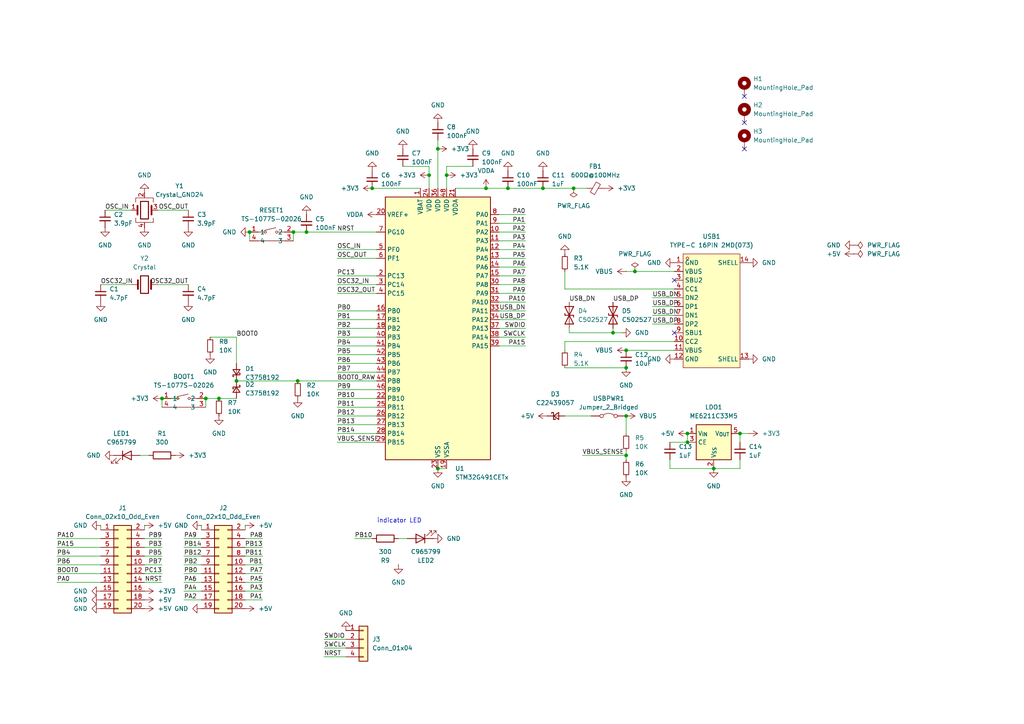
<source format=kicad_sch>
(kicad_sch (version 20250114) (generator "eeschema") (generator_version "9.0")
  (paper "A4")
  (text "indicator LED" (at 115.824 151.13 0) (effects (font (size 1.27 1.27))))
  (junction (at 46.99 115.57))
  (junction (at 85.09 67.31))
  (junction (at 199.39 128.27))
  (junction (at 124.46 50.8))
  (junction (at 166.37 54.61))
  (junction (at 184.15 78.74))
  (junction (at 72.39 67.31))
  (junction (at 207.01 135.89))
  (junction (at 127 43.18))
  (junction (at 63.5 115.57))
  (junction (at 129.54 50.8))
  (junction (at 177.8 96.52))
  (junction (at 68.58 110.49))
  (junction (at 107.95 54.61))
  (junction (at 59.69 115.57))
  (junction (at 157.48 54.61))
  (junction (at 199.39 125.73))
  (junction (at 86.36 110.49))
  (junction (at 181.61 120.65))
  (junction (at 181.61 106.68))
  (junction (at 140.97 54.61))
  (junction (at 127 135.89))
  (junction (at 147.32 54.61))
  (junction (at 181.61 101.6))
  (junction (at 181.61 132.08))
  (junction (at 88.9 67.31))
  (junction (at 214.63 125.73))
  (no_connect (at 195.58 81.28))
  (no_connect (at 195.58 96.52))
  (no_connect (at 215.9 35.56))
  (no_connect (at 215.9 43.18))
  (no_connect (at 215.9 27.94))
  (wire (pts (xy 195.58 99.06) (xy 163.83 99.06)))
  (wire (pts (xy 63.5 115.57) (xy 68.58 115.57)))
  (wire (pts (xy 71.12 173.99) (xy 76.2 173.99)))
  (wire (pts (xy 41.91 158.75) (xy 46.99 158.75)))
  (wire (pts (xy 71.12 161.29) (xy 76.2 161.29)))
  (wire (pts (xy 71.12 158.75) (xy 76.2 158.75)))
  (wire (pts (xy 97.79 90.17) (xy 109.22 90.17)))
  (wire (pts (xy 132.08 54.61) (xy 140.97 54.61)))
  (wire (pts (xy 184.15 78.74) (xy 195.58 78.74)))
  (wire (pts (xy 129.54 50.8) (xy 129.54 48.26)))
  (wire (pts (xy 181.61 78.74) (xy 184.15 78.74)))
  (wire (pts (xy 97.79 120.65) (xy 109.22 120.65)))
  (wire (pts (xy 97.79 97.79) (xy 109.22 97.79)))
  (wire (pts (xy 71.12 163.83) (xy 76.2 163.83)))
  (wire (pts (xy 59.69 115.57) (xy 63.5 115.57)))
  (wire (pts (xy 97.79 115.57) (xy 109.22 115.57)))
  (wire (pts (xy 16.51 168.91) (xy 29.21 168.91)))
  (wire (pts (xy 144.78 97.79) (xy 152.4 97.79)))
  (wire (pts (xy 168.91 132.08) (xy 181.61 132.08)))
  (wire (pts (xy 199.39 125.73) (xy 199.39 128.27)))
  (wire (pts (xy 40.64 132.08) (xy 43.18 132.08)))
  (wire (pts (xy 71.12 168.91) (xy 76.2 168.91)))
  (wire (pts (xy 144.78 62.23) (xy 152.4 62.23)))
  (wire (pts (xy 41.91 152.4) (xy 41.91 153.67)))
  (wire (pts (xy 72.39 67.31) (xy 73.66 67.31)))
  (wire (pts (xy 29.21 152.4) (xy 29.21 153.67)))
  (wire (pts (xy 53.34 171.45) (xy 58.42 171.45)))
  (wire (pts (xy 97.79 72.39) (xy 109.22 72.39)))
  (wire (pts (xy 16.51 158.75) (xy 29.21 158.75)))
  (wire (pts (xy 97.79 82.55) (xy 109.22 82.55)))
  (wire (pts (xy 189.23 91.44) (xy 195.58 91.44)))
  (wire (pts (xy 166.37 54.61) (xy 170.18 54.61)))
  (wire (pts (xy 41.91 156.21) (xy 46.99 156.21)))
  (wire (pts (xy 16.51 156.21) (xy 29.21 156.21)))
  (wire (pts (xy 194.31 128.27) (xy 199.39 128.27)))
  (wire (pts (xy 157.48 54.61) (xy 166.37 54.61)))
  (wire (pts (xy 71.12 171.45) (xy 76.2 171.45)))
  (wire (pts (xy 147.32 54.61) (xy 157.48 54.61)))
  (wire (pts (xy 53.34 163.83) (xy 58.42 163.83)))
  (wire (pts (xy 181.61 130.81) (xy 181.61 132.08)))
  (wire (pts (xy 144.78 67.31) (xy 152.4 67.31)))
  (wire (pts (xy 68.58 97.79) (xy 68.58 105.41)))
  (wire (pts (xy 144.78 72.39) (xy 152.4 72.39)))
  (wire (pts (xy 177.8 95.25) (xy 177.8 96.52)))
  (wire (pts (xy 194.31 135.89) (xy 207.01 135.89)))
  (wire (pts (xy 97.79 80.01) (xy 109.22 80.01)))
  (wire (pts (xy 58.42 152.4) (xy 58.42 153.67)))
  (wire (pts (xy 41.91 161.29) (xy 46.99 161.29)))
  (wire (pts (xy 144.78 77.47) (xy 152.4 77.47)))
  (wire (pts (xy 195.58 83.82) (xy 163.83 83.82)))
  (wire (pts (xy 165.1 96.52) (xy 177.8 96.52)))
  (wire (pts (xy 97.79 107.95) (xy 109.22 107.95)))
  (wire (pts (xy 85.09 67.31) (xy 85.09 69.85)))
  (wire (pts (xy 144.78 82.55) (xy 152.4 82.55)))
  (wire (pts (xy 45.72 82.55) (xy 54.61 82.55)))
  (wire (pts (xy 46.99 115.57) (xy 46.99 118.11)))
  (wire (pts (xy 53.34 166.37) (xy 58.42 166.37)))
  (wire (pts (xy 144.78 69.85) (xy 152.4 69.85)))
  (wire (pts (xy 127 40.64) (xy 127 43.18)))
  (wire (pts (xy 93.98 187.96) (xy 100.33 187.96)))
  (wire (pts (xy 97.79 85.09) (xy 109.22 85.09)))
  (wire (pts (xy 71.12 156.21) (xy 76.2 156.21)))
  (wire (pts (xy 140.97 54.61) (xy 147.32 54.61)))
  (wire (pts (xy 60.96 97.79) (xy 68.58 97.79)))
  (wire (pts (xy 102.87 156.21) (xy 107.95 156.21)))
  (wire (pts (xy 53.34 158.75) (xy 58.42 158.75)))
  (wire (pts (xy 189.23 86.36) (xy 195.58 86.36)))
  (wire (pts (xy 129.54 54.61) (xy 129.54 50.8)))
  (wire (pts (xy 194.31 133.35) (xy 194.31 135.89)))
  (wire (pts (xy 214.63 125.73) (xy 214.63 128.27)))
  (wire (pts (xy 214.63 133.35) (xy 214.63 135.89)))
  (wire (pts (xy 163.83 83.82) (xy 163.83 78.74)))
  (wire (pts (xy 86.36 110.49) (xy 109.22 110.49)))
  (wire (pts (xy 189.23 93.98) (xy 195.58 93.98)))
  (wire (pts (xy 124.46 54.61) (xy 124.46 50.8)))
  (wire (pts (xy 71.12 152.4) (xy 71.12 153.67)))
  (wire (pts (xy 68.58 110.49) (xy 86.36 110.49)))
  (wire (pts (xy 53.34 168.91) (xy 58.42 168.91)))
  (wire (pts (xy 41.91 166.37) (xy 46.99 166.37)))
  (wire (pts (xy 16.51 166.37) (xy 29.21 166.37)))
  (wire (pts (xy 144.78 95.25) (xy 152.4 95.25)))
  (wire (pts (xy 144.78 87.63) (xy 152.4 87.63)))
  (wire (pts (xy 144.78 85.09) (xy 152.4 85.09)))
  (wire (pts (xy 163.83 106.68) (xy 181.61 106.68)))
  (wire (pts (xy 116.84 48.26) (xy 124.46 48.26)))
  (wire (pts (xy 41.91 168.91) (xy 46.99 168.91)))
  (wire (pts (xy 97.79 123.19) (xy 109.22 123.19)))
  (wire (pts (xy 30.48 60.96) (xy 38.1 60.96)))
  (wire (pts (xy 16.51 161.29) (xy 29.21 161.29)))
  (wire (pts (xy 121.92 54.61) (xy 107.95 54.61)))
  (wire (pts (xy 97.79 128.27) (xy 109.22 128.27)))
  (wire (pts (xy 97.79 102.87) (xy 109.22 102.87)))
  (wire (pts (xy 53.34 161.29) (xy 58.42 161.29)))
  (wire (pts (xy 163.83 99.06) (xy 163.83 101.6)))
  (wire (pts (xy 59.69 115.57) (xy 59.69 118.11)))
  (wire (pts (xy 144.78 80.01) (xy 152.4 80.01)))
  (wire (pts (xy 163.83 120.65) (xy 171.45 120.65)))
  (wire (pts (xy 97.79 100.33) (xy 109.22 100.33)))
  (wire (pts (xy 85.09 67.31) (xy 88.9 67.31)))
  (wire (pts (xy 127 135.89) (xy 129.54 135.89)))
  (wire (pts (xy 45.72 60.96) (xy 54.61 60.96)))
  (wire (pts (xy 71.12 166.37) (xy 76.2 166.37)))
  (wire (pts (xy 97.79 113.03) (xy 109.22 113.03)))
  (wire (pts (xy 46.99 115.57) (xy 52.07 115.57)))
  (wire (pts (xy 93.98 190.5) (xy 100.33 190.5)))
  (wire (pts (xy 72.39 67.31) (xy 72.39 69.85)))
  (wire (pts (xy 29.21 82.55) (xy 38.1 82.55)))
  (wire (pts (xy 180.34 96.52) (xy 177.8 96.52)))
  (wire (pts (xy 53.34 156.21) (xy 58.42 156.21)))
  (wire (pts (xy 93.98 185.42) (xy 100.33 185.42)))
  (wire (pts (xy 144.78 64.77) (xy 152.4 64.77)))
  (wire (pts (xy 127 43.18) (xy 127 54.61)))
  (wire (pts (xy 181.61 132.08) (xy 181.61 133.35)))
  (wire (pts (xy 16.51 163.83) (xy 29.21 163.83)))
  (wire (pts (xy 217.17 125.73) (xy 214.63 125.73)))
  (wire (pts (xy 53.34 173.99) (xy 58.42 173.99)))
  (wire (pts (xy 181.61 101.6) (xy 195.58 101.6)))
  (wire (pts (xy 124.46 50.8) (xy 124.46 48.26)))
  (wire (pts (xy 189.23 88.9) (xy 195.58 88.9)))
  (wire (pts (xy 144.78 90.17) (xy 152.4 90.17)))
  (wire (pts (xy 97.79 125.73) (xy 109.22 125.73)))
  (wire (pts (xy 181.61 120.65) (xy 181.61 125.73)))
  (wire (pts (xy 88.9 67.31) (xy 109.22 67.31)))
  (wire (pts (xy 129.54 48.26) (xy 137.16 48.26)))
  (wire (pts (xy 97.79 118.11) (xy 109.22 118.11)))
  (wire (pts (xy 144.78 100.33) (xy 152.4 100.33)))
  (wire (pts (xy 97.79 92.71) (xy 109.22 92.71)))
  (wire (pts (xy 144.78 92.71) (xy 152.4 92.71)))
  (wire (pts (xy 97.79 74.93) (xy 109.22 74.93)))
  (wire (pts (xy 97.79 105.41) (xy 109.22 105.41)))
  (wire (pts (xy 97.79 95.25) (xy 109.22 95.25)))
  (wire (pts (xy 144.78 74.93) (xy 152.4 74.93)))
  (wire (pts (xy 214.63 135.89) (xy 207.01 135.89)))
  (wire (pts (xy 118.11 156.21) (xy 115.57 156.21)))
  (wire (pts (xy 41.91 163.83) (xy 46.99 163.83)))
  (wire (pts (xy 165.1 95.25) (xy 165.1 96.52)))
  (label "PA2" (at 152.4 67.31 180))
  (label "BOOT0" (at 16.51 166.37 0))
  (label "PB0" (at 53.34 166.37 0))
  (label "PA7" (at 76.2 166.37 180))
  (label "PB3" (at 46.99 158.75 180))
  (label "USB_DN" (at 152.4 90.17 180))
  (label "PB7" (at 97.79 107.95 0))
  (label "NRST" (at 97.79 67.31 0))
  (label "PA0" (at 152.4 62.23 180))
  (label "PB4" (at 16.51 161.29 0))
  (label "SWDIO" (at 93.98 185.42 0))
  (label "PA7" (at 152.4 80.01 180))
  (label "USB_DN" (at 165.1 87.63 0))
  (label "BOOT0" (at 68.58 97.79 0))
  (label "OSC32_OUT" (at 97.79 85.09 0))
  (label "PA10" (at 152.4 87.63 180))
  (label "PB3" (at 97.79 97.79 0))
  (label "PB13" (at 97.79 123.19 0))
  (label "PA9" (at 53.34 156.21 0))
  (label "USB_DP" (at 152.4 92.71 180))
  (label "PB2" (at 53.34 163.83 0))
  (label "PA1" (at 152.4 64.77 180))
  (label "PA8" (at 152.4 82.55 180))
  (label "PA9" (at 152.4 85.09 180))
  (label "PA6" (at 152.4 77.47 180))
  (label "PB12" (at 97.79 120.65 0))
  (label "USB_DP" (at 177.8 87.63 0))
  (label "OSC32_OUT" (at 54.61 82.55 180))
  (label "PB2" (at 97.79 95.25 0))
  (label "PB0" (at 97.79 90.17 0))
  (label "SWCLK" (at 93.98 187.96 0))
  (label "PC13" (at 46.99 166.37 180))
  (label "PA15" (at 152.4 100.33 180))
  (label "PB7" (at 46.99 163.83 180))
  (label "PA15" (at 16.51 158.75 0))
  (label "PB5" (at 46.99 161.29 180))
  (label "OSC_OUT" (at 97.79 74.93 0))
  (label "PB11" (at 76.2 161.29 180))
  (label "PA10" (at 16.51 156.21 0))
  (label "PB6" (at 97.79 105.41 0))
  (label "OSC32_IN" (at 97.79 82.55 0))
  (label "PA1" (at 76.2 173.99 180))
  (label "OSC_IN" (at 30.48 60.96 0))
  (label "SWCLK" (at 152.4 97.79 180))
  (label "PA3" (at 76.2 171.45 180))
  (label "NRST" (at 93.98 190.5 0))
  (label "OSC_IN" (at 97.79 72.39 0))
  (label "OSC_OUT" (at 54.61 60.96 180))
  (label "PB9" (at 97.79 113.03 0))
  (label "PB10" (at 102.87 156.21 0))
  (label "PB14" (at 97.79 125.73 0))
  (label "SWDIO" (at 152.4 95.25 180))
  (label "PA5" (at 152.4 74.93 180))
  (label "USB_DP" (at 189.23 93.98 0))
  (label "PC13" (at 97.79 80.01 0))
  (label "PB13" (at 76.2 158.75 180))
  (label "VBUS_SENSE" (at 168.91 132.08 0))
  (label "PB9" (at 46.99 156.21 180))
  (label "PB1" (at 76.2 163.83 180))
  (label "NRST" (at 46.99 168.91 180))
  (label "PA5" (at 76.2 168.91 180))
  (label "OSC32_IN" (at 29.21 82.55 0))
  (label "PB11" (at 97.79 118.11 0))
  (label "PA0" (at 16.51 168.91 0))
  (label "PB4" (at 97.79 100.33 0))
  (label "VBUS_SENSE" (at 97.79 128.27 0))
  (label "PA2" (at 53.34 173.99 0))
  (label "USB_DN" (at 189.23 86.36 0))
  (label "PB14" (at 53.34 158.75 0))
  (label "PB12" (at 53.34 161.29 0))
  (label "PA4" (at 53.34 171.45 0))
  (label "PA4" (at 152.4 72.39 180))
  (label "PA8" (at 76.2 156.21 180))
  (label "PA6" (at 53.34 168.91 0))
  (label "USB_DN" (at 189.23 91.44 0))
  (label "PB1" (at 97.79 92.71 0))
  (label "PB5" (at 97.79 102.87 0))
  (label "USB_DP" (at 189.23 88.9 0))
  (label "BOOT0_RAW" (at 97.79 110.49 0))
  (label "PB6" (at 16.51 163.83 0))
  (label "PB10" (at 97.79 115.57 0))
  (label "PA3" (at 152.4 69.85 180))
  (symbol (lib_name "TS-1077S-02026_1") (lib_id "EasyEDA:TS-1077S-02026") (at 80.01 67.31 0) (unit 1)
    (property "Reference" "RESET1" (at 78.74 60.96 0))
    (property "Value" "TS-1077S-02026" (at 78.74 63.5 0))
    (property "Footprint" "EasyEDA:SW-SMD_L3.1-W3.1-P2.20-LS4.0" (effects (hide yes)))
    (property "Datasheet" "https://lcsc.com/product-detail/New-Arrivals_XUNPU-TS-1077S-02026_C455261.html" (effects (hide yes)))
    (property "LCSC Part" "C455261" (effects (hide yes)))
  )
  (symbol (lib_id "power:GND") (at 157.48 49.53 180) (unit 1)
    (property "Reference" "#PWR034" (effects (hide yes)))
    (property "Value" "GND" (at 157.48 44.45 0))
    (property "Description" "Power symbol creates a global label with name \"GND\" , ground" (effects (hide yes)))
  )
  (symbol (lib_id "Mechanical:MountingHole_Pad") (at 215.9 33.02 0) (unit 1) (in_bom no)
    (property "Reference" "H2" (at 218.44 30.48 0) (effects (justify left)))
    (property "Value" "MountingHole_Pad" (at 218.44 33.02 0) (effects (justify left)))
    (property "Footprint" "MountingHole:MountingHole_3.2mm_M3_Pad_Via" (effects (hide yes)))
    (property "Description" "Mounting Hole with connection" (effects (hide yes)))
  )
  (symbol (lib_id "power:GND") (at 217.17 76.2 90) (unit 1)
    (property "Reference" "#PWR048" (effects (hide yes)))
    (property "Value" "GND" (at 220.98 76.2 90) (effects (justify right)))
    (property "Description" "Power symbol creates a global label with name \"GND\" , ground" (effects (hide yes)))
  )
  (symbol (lib_id "Device:LED") (at 36.83 132.08 0) (unit 1)
    (property "Reference" "LED1" (at 35.2425 125.73 0))
    (property "Value" "C965799" (at 35.2425 128.27 0))
    (property "Footprint" "LED_SMD:LED_0603_1608Metric" (effects (hide yes)))
    (property "Description" "Light emitting diode" (effects (hide yes)))
    (property "Sim.Pins" "1=K 2=A" (effects (hide yes)))
  )
  (symbol (lib_id "power:GND") (at 86.36 115.57 0) (unit 1)
    (property "Reference" "#PWR017" (effects (hide yes)))
    (property "Value" "GND" (at 86.36 120.65 0))
    (property "Description" "Power symbol creates a global label with name \"GND\" , ground" (effects (hide yes)))
  )
  (symbol (lib_id "power:+5V") (at 41.91 173.99 270) (unit 1)
    (property "Reference" "#PWR055" (effects (hide yes)))
    (property "Value" "+5V" (at 45.72 173.99 90) (effects (justify left)))
    (property "Description" "Power symbol creates a global label with name \"+5V\"" (effects (hide yes)))
  )
  (symbol (lib_id "Device:C_Small") (at 88.9 64.77 0) (unit 1)
    (property "Reference" "C5" (at 91.44 63.5063 0) (effects (justify left)))
    (property "Value" "100nF" (at 91.44 66.0463 0) (effects (justify left)))
    (property "Footprint" "Capacitor_SMD:C_0603_1608Metric" (effects (hide yes)))
    (property "Description" "Unpolarized capacitor, small symbol" (effects (hide yes)))
  )
  (symbol (lib_id "power:GND") (at 58.42 152.4 270) (unit 1)
    (property "Reference" "#PWR012" (effects (hide yes)))
    (property "Value" "GND" (at 54.61 152.4 90) (effects (justify right)))
    (property "Description" "Power symbol creates a global label with name \"GND\" , ground" (effects (hide yes)))
  )
  (symbol (lib_id "power:GND") (at 29.21 171.45 270) (unit 1)
    (property "Reference" "#PWR031" (effects (hide yes)))
    (property "Value" "GND" (at 25.4 171.45 90) (effects (justify right)))
    (property "Description" "Power symbol creates a global label with name \"GND\" , ground" (effects (hide yes)))
  )
  (symbol (lib_id "power:GND") (at 41.91 66.04 0) (unit 1)
    (property "Reference" "#PWR07" (effects (hide yes)))
    (property "Value" "GND" (at 41.91 71.12 0))
    (property "Description" "Power symbol creates a global label with name \"GND\" , ground" (effects (hide yes)))
  )
  (symbol (lib_id "Device:C_Small") (at 29.21 85.09 0) (unit 1)
    (property "Reference" "C1" (at 31.75 83.8263 0) (effects (justify left)))
    (property "Value" "4.7pF" (at 31.75 86.3663 0) (effects (justify left)))
    (property "Footprint" "Capacitor_SMD:C_0603_1608Metric" (effects (hide yes)))
    (property "Description" "Unpolarized capacitor, small symbol" (effects (hide yes)))
  )
  (symbol (lib_id "Device:D_TVS") (at 165.1 91.44 270) (unit 1)
    (property "Reference" "D4" (at 167.64 90.17 90) (effects (justify left)))
    (property "Value" "C502527" (at 167.64 92.71 90) (effects (justify left)))
    (property "Footprint" "Diode_SMD:D_SOD-323" (effects (hide yes)))
    (property "Description" "Bidirectional transient-voltage-suppression diode" (effects (hide yes)))
  )
  (symbol (lib_id "power:GND") (at 30.48 66.04 0) (unit 1)
    (property "Reference" "#PWR03" (effects (hide yes)))
    (property "Value" "GND" (at 30.48 71.12 0))
    (property "Description" "Power symbol creates a global label with name \"GND\" , ground" (effects (hide yes)))
  )
  (symbol (lib_id "power:+3V3") (at 129.54 50.8 270) (unit 1)
    (property "Reference" "#PWR028" (effects (hide yes)))
    (property "Value" "+3V3" (at 133.35 50.8 90) (effects (justify left)))
    (property "Description" "Power symbol creates a global label with name \"+3V3\"" (effects (hide yes)))
  )
  (symbol (lib_id "MCU_ST_STM32G4:STM32G491CETx") (at 127 95.25 0) (unit 1)
    (property "Reference" "U1" (at 131.9863 135.89 0) (effects (justify left)))
    (property "Value" "STM32G491CETx" (at 131.9863 138.43 0) (effects (justify left)))
    (property "Footprint" "Package_QFP:LQFP-48_7x7mm_P0.5mm" (effects (hide yes)))
    (property "Datasheet" "https://www.st.com/resource/en/datasheet/stm32g491ce.pdf" (effects (hide yes)))
    (property "Description" "STMicroelectronics Arm Cortex-M4 MCU, 512KB flash, 112KB RAM, 170 MHz, 1.71-3.6V, 38 GPIO, LQFP48" (effects (hide yes)))
  )
  (symbol (lib_id "Device:C_Small") (at 30.48 63.5 0) (unit 1)
    (property "Reference" "C2" (at 33.02 62.2363 0) (effects (justify left)))
    (property "Value" "3.9pF" (at 33.02 64.7763 0) (effects (justify left)))
    (property "Footprint" "Capacitor_SMD:C_0603_1608Metric" (effects (hide yes)))
    (property "Description" "Unpolarized capacitor, small symbol" (effects (hide yes)))
  )
  (symbol (lib_id "Device:C_Small") (at 214.63 130.81 0) (unit 1)
    (property "Reference" "C14" (at 217.17 129.5463 0) (effects (justify left)))
    (property "Value" "1uF" (at 217.17 132.0863 0) (effects (justify left)))
    (property "Footprint" "Capacitor_SMD:C_0603_1608Metric" (effects (hide yes)))
    (property "Description" "Unpolarized capacitor, small symbol" (effects (hide yes)))
  )
  (symbol (lib_id "power:+5V") (at 181.61 120.65 270) (unit 1)
    (property "Reference" "#PWR042" (effects (hide yes)))
    (property "Value" "VBUS" (at 185.42 120.65 90) (effects (justify left)))
    (property "Description" "Power symbol creates a global label with name \"+5V\"" (effects (hide yes)))
  )
  (symbol (lib_id "power:GND") (at 195.58 104.14 270) (unit 1)
    (property "Reference" "#PWR045" (effects (hide yes)))
    (property "Value" "GND" (at 191.77 104.14 90) (effects (justify right)))
    (property "Description" "Power symbol creates a global label with name \"GND\" , ground" (effects (hide yes)))
  )
  (symbol (lib_id "Device:D_Schottky_Small") (at 161.29 120.65 0) (unit 1)
    (property "Reference" "D3" (at 161.036 114.3 0))
    (property "Value" "C22439057" (at 161.036 116.84 0))
    (property "Footprint" "Diode_SMD:D_SOD-123F" (effects (hide yes)))
    (property "Description" "Schottky diode, small symbol" (effects (hide yes)))
  )
  (symbol (lib_id "power:GND") (at 41.91 55.88 180) (unit 1)
    (property "Reference" "#PWR06" (effects (hide yes)))
    (property "Value" "GND" (at 41.91 50.8 0))
    (property "Description" "Power symbol creates a global label with name \"GND\" , ground" (effects (hide yes)))
  )
  (symbol (lib_id "power:+5V") (at 199.39 125.73 90) (unit 1)
    (property "Reference" "#PWR046" (effects (hide yes)))
    (property "Value" "+5V" (at 195.58 125.73 90) (effects (justify left)))
    (property "Description" "Power symbol creates a global label with name \"+5V\"" (effects (hide yes)))
  )
  (symbol (lib_id "Device:R_Small") (at 181.61 135.89 0) (unit 1)
    (property "Reference" "R6" (at 184.15 134.62 0) (effects (justify left)))
    (property "Value" "10K" (at 184.15 137.16 0) (effects (justify left)))
    (property "Footprint" "Resistor_SMD:R_0603_1608Metric" (effects (hide yes)))
    (property "Description" "Resistor, small symbol" (effects (hide yes)))
  )
  (symbol (lib_id "Device:D_Schottky_Small") (at 68.58 107.95 90) (unit 1)
    (property "Reference" "D1" (at 71.12 106.934 90) (effects (justify right)))
    (property "Value" "C3758192" (at 71.12 109.474 90) (effects (justify right)))
    (property "Footprint" "Diode_SMD:D_0603_1608Metric" (effects (hide yes)))
    (property "Description" "Schottky diode, small symbol" (effects (hide yes)))
  )
  (symbol (lib_id "power:GND") (at 88.9 62.23 180) (unit 1)
    (property "Reference" "#PWR016" (effects (hide yes)))
    (property "Value" "GND" (at 88.9 57.15 0))
    (property "Description" "Power symbol creates a global label with name \"GND\" , ground" (effects (hide yes)))
  )
  (symbol (lib_id "power:GND") (at 33.02 132.08 270) (unit 1)
    (property "Reference" "#PWR04" (effects (hide yes)))
    (property "Value" "GND" (at 29.21 132.08 90) (effects (justify right)))
    (property "Description" "Power symbol creates a global label with name \"GND\" , ground" (effects (hide yes)))
  )
  (symbol (lib_id "power:GND") (at 163.83 73.66 180) (unit 1)
    (property "Reference" "#PWR036" (effects (hide yes)))
    (property "Value" "GND" (at 163.83 68.58 0))
    (property "Description" "Power symbol creates a global label with name \"GND\" , ground" (effects (hide yes)))
  )
  (symbol (lib_id "power:+5V") (at 158.75 120.65 90) (unit 1)
    (property "Reference" "#PWR035" (effects (hide yes)))
    (property "Value" "+5V" (at 154.94 120.65 90) (effects (justify left)))
    (property "Description" "Power symbol creates a global label with name \"+5V\"" (effects (hide yes)))
  )
  (symbol (lib_id "Device:D_Schottky_Small") (at 68.58 113.03 270) (unit 1)
    (property "Reference" "D2" (at 71.12 111.506 90) (effects (justify left)))
    (property "Value" "C3758192" (at 71.12 114.046 90) (effects (justify left)))
    (property "Footprint" "Diode_SMD:D_0603_1608Metric" (effects (hide yes)))
    (property "Description" "Schottky diode, small symbol" (effects (hide yes)))
  )
  (symbol (lib_id "power:GND") (at 180.34 96.52 90) (unit 1)
    (property "Reference" "#PWR038" (effects (hide yes)))
    (property "Value" "GND" (at 184.15 96.52 90) (effects (justify right)))
    (property "Description" "Power symbol creates a global label with name \"GND\" , ground" (effects (hide yes)))
  )
  (symbol (lib_id "power:+5V") (at 181.61 101.6 90) (unit 1)
    (property "Reference" "#PWR040" (effects (hide yes)))
    (property "Value" "VBUS" (at 177.8 101.6 90) (effects (justify left)))
    (property "Description" "Power symbol creates a global label with name \"+5V\"" (effects (hide yes)))
  )
  (symbol (lib_id "Device:C_Small") (at 116.84 45.72 0) (unit 1)
    (property "Reference" "C7" (at 119.38 44.4563 0) (effects (justify left)))
    (property "Value" "100nF" (at 119.38 46.9963 0) (effects (justify left)))
    (property "Footprint" "Capacitor_SMD:C_0603_1608Metric" (effects (hide yes)))
    (property "Description" "Unpolarized capacitor, small symbol" (effects (hide yes)))
  )
  (symbol (lib_id "power:+3V3") (at 41.91 171.45 270) (unit 1)
    (property "Reference" "#PWR051" (effects (hide yes)))
    (property "Value" "+3V3" (at 45.72 171.45 90) (effects (justify left)))
    (property "Description" "Power symbol creates a global label with name \"+3V3\"" (effects (hide yes)))
  )
  (symbol (lib_id "EasyEDA:TYPE-C16PIN2MD(073)") (at 207.01 90.17 0) (unit 1)
    (property "Reference" "USB1" (at 206.375 68.58 0))
    (property "Value" "TYPE-C 16PIN 2MD(073)" (at 206.375 71.12 0))
    (property "Footprint" "EasyEDA:USB-C-SMD_TYPE-C-6PIN-2MD-073" (effects (hide yes)))
    (property "LCSC Part" "C2765186" (effects (hide yes)))
  )
  (symbol (lib_id "Jumper:Jumper_2_Bridged") (at 176.53 120.65 0) (unit 1)
    (property "Reference" "USBPWR1" (at 176.53 115.57 0))
    (property "Value" "Jumper_2_Bridged" (at 176.53 118.11 0))
    (property "Footprint" "Connector_PinHeader_2.54mm:PinHeader_1x02_P2.54mm_Vertical" (effects (hide yes)))
    (property "Description" "Jumper, 2-pole, closed/bridged" (effects (hide yes)))
  )
  (symbol (lib_id "power:+3V3") (at 46.99 115.57 90) (unit 1)
    (property "Reference" "#PWR09" (effects (hide yes)))
    (property "Value" "+3V3" (at 43.18 115.57 90) (effects (justify left)))
    (property "Description" "Power symbol creates a global label with name \"+3V3\"" (effects (hide yes)))
  )
  (symbol (lib_id "Device:R_Small") (at 60.96 100.33 0) (unit 1)
    (property "Reference" "R8" (at 63.5 99.06 0) (effects (justify left)))
    (property "Value" "10K" (at 63.5 101.6 0) (effects (justify left)))
    (property "Footprint" "Resistor_SMD:R_0603_1608Metric" (effects (hide yes)))
    (property "Description" "Resistor, small symbol" (effects (hide yes)))
  )
  (symbol (lib_id "power:GND") (at 54.61 66.04 0) (unit 1)
    (property "Reference" "#PWR010" (effects (hide yes)))
    (property "Value" "GND" (at 54.61 71.12 0))
    (property "Description" "Power symbol creates a global label with name \"GND\" , ground" (effects (hide yes)))
  )
  (symbol (lib_id "power:GND") (at 107.95 49.53 180) (unit 1)
    (property "Reference" "#PWR019" (effects (hide yes)))
    (property "Value" "GND" (at 107.95 44.45 0))
    (property "Description" "Power symbol creates a global label with name \"GND\" , ground" (effects (hide yes)))
  )
  (symbol (lib_id "power:GND") (at 29.21 173.99 270) (unit 1)
    (property "Reference" "#PWR056" (effects (hide yes)))
    (property "Value" "GND" (at 25.4 173.99 90) (effects (justify right)))
    (property "Description" "Power symbol creates a global label with name \"GND\" , ground" (effects (hide yes)))
  )
  (symbol (lib_id "Device:R") (at 46.99 132.08 90) (unit 1)
    (property "Reference" "R1" (at 46.99 125.73 90))
    (property "Value" "300" (at 46.99 128.27 90))
    (property "Footprint" "Resistor_SMD:R_0603_1608Metric" (effects (hide yes)))
    (property "Description" "Resistor" (effects (hide yes)))
  )
  (symbol (lib_id "power:VDDA") (at 109.22 62.23 90) (unit 1)
    (property "Reference" "#PWR020" (effects (hide yes)))
    (property "Value" "VDDA" (at 105.41 62.23 90) (effects (justify left)))
    (property "Description" "Power symbol creates a global label with name \"VDDA\"" (effects (hide yes)))
  )
  (symbol (lib_id "power:PWR_FLAG") (at 247.65 71.12 270) (unit 1)
    (property "Reference" "#FLG03" (effects (hide yes)))
    (property "Value" "PWR_FLAG" (at 251.46 71.12 90) (effects (justify left)))
    (property "Description" "Special symbol for telling ERC where power comes from" (effects (hide yes)))
  )
  (symbol (lib_id "Device:R_Small") (at 86.36 113.03 0) (unit 1)
    (property "Reference" "R2" (at 88.9 111.76 0) (effects (justify left)))
    (property "Value" "10K" (at 88.9 114.3 0) (effects (justify left)))
    (property "Footprint" "Resistor_SMD:R_0603_1608Metric" (effects (hide yes)))
    (property "Description" "Resistor, small symbol" (effects (hide yes)))
  )
  (symbol (lib_id "Device:C_Small") (at 137.16 45.72 0) (unit 1)
    (property "Reference" "C9" (at 139.7 44.4563 0) (effects (justify left)))
    (property "Value" "100nF" (at 139.7 46.9963 0) (effects (justify left)))
    (property "Footprint" "Capacitor_SMD:C_0603_1608Metric" (effects (hide yes)))
    (property "Description" "Unpolarized capacitor, small symbol" (effects (hide yes)))
  )
  (symbol (lib_id "Connector_Generic:Conn_02x10_Odd_Even") (at 34.29 163.83 0) (unit 1)
    (property "Reference" "J1" (at 35.56 147.32 0))
    (property "Value" "Conn_02x10_Odd_Even" (at 35.56 149.86 0))
    (property "Footprint" "Connector_PinHeader_2.54mm:PinHeader_2x10_P2.54mm_Vertical" (effects (hide yes)))
    (property "Description" "Generic connector, double row, 02x10, odd/even pin numbering scheme (row 1 odd numbers, row 2 even numbers), script generated (kicad-library-utils/schlib/autogen/connector/)" (effects (hide yes)))
  )
  (symbol (lib_id "Device:C_Small") (at 54.61 63.5 0) (unit 1)
    (property "Reference" "C3" (at 57.15 62.2363 0) (effects (justify left)))
    (property "Value" "3.9pF" (at 57.15 64.7763 0) (effects (justify left)))
    (property "Footprint" "Capacitor_SMD:C_0603_1608Metric" (effects (hide yes)))
    (property "Description" "Unpolarized capacitor, small symbol" (effects (hide yes)))
  )
  (symbol (lib_id "power:PWR_FLAG") (at 166.37 54.61 180) (unit 1)
    (property "Reference" "#FLG01" (effects (hide yes)))
    (property "Value" "PWR_FLAG" (at 166.37 59.69 0))
    (property "Description" "Special symbol for telling ERC where power comes from" (effects (hide yes)))
  )
  (symbol (lib_id "power:GND") (at 195.58 76.2 270) (unit 1)
    (property "Reference" "#PWR044" (effects (hide yes)))
    (property "Value" "GND" (at 191.77 76.2 90) (effects (justify right)))
    (property "Description" "Power symbol creates a global label with name \"GND\" , ground" (effects (hide yes)))
  )
  (symbol (lib_id "power:+5V") (at 71.12 176.53 270) (unit 1)
    (property "Reference" "#PWR054" (effects (hide yes)))
    (property "Value" "+5V" (at 74.93 176.53 90) (effects (justify left)))
    (property "Description" "Power symbol creates a global label with name \"+5V\"" (effects (hide yes)))
  )
  (symbol (lib_id "Device:Crystal_GND24") (at 41.91 60.96 0) (unit 1)
    (property "Reference" "Y1" (at 52.07 53.9339 0))
    (property "Value" "Crystal_GND24" (at 52.07 56.4739 0))
    (property "Footprint" "Crystal:Crystal_SMD_3225-4Pin_3.2x2.5mm" (effects (hide yes)))
    (property "Description" "Four pin crystal, GND on pins 2 and 4" (effects (hide yes)))
  )
  (symbol (lib_id "power:GND") (at 181.61 106.68 0) (unit 1)
    (property "Reference" "#PWR041" (effects (hide yes)))
    (property "Value" "GND" (at 181.61 111.76 0))
    (property "Description" "Power symbol creates a global label with name \"GND\" , ground" (effects (hide yes)))
  )
  (symbol (lib_id "Device:C_Small") (at 194.31 130.81 0) (unit 1)
    (property "Reference" "C13" (at 196.85 129.5463 0) (effects (justify left)))
    (property "Value" "1uF" (at 196.85 132.0863 0) (effects (justify left)))
    (property "Footprint" "Capacitor_SMD:C_0603_1608Metric" (effects (hide yes)))
    (property "Description" "Unpolarized capacitor, small symbol" (effects (hide yes)))
  )
  (symbol (lib_id "power:GND") (at 137.16 43.18 180) (unit 1)
    (property "Reference" "#PWR029" (effects (hide yes)))
    (property "Value" "GND" (at 137.16 38.1 0))
    (property "Description" "Power symbol creates a global label with name \"GND\" , ground" (effects (hide yes)))
  )
  (symbol (lib_id "power:GND") (at 58.42 176.53 270) (unit 1)
    (property "Reference" "#PWR014" (effects (hide yes)))
    (property "Value" "GND" (at 54.61 176.53 90) (effects (justify right)))
    (property "Description" "Power symbol creates a global label with name \"GND\" , ground" (effects (hide yes)))
  )
  (symbol (lib_id "power:GND") (at 181.61 138.43 0) (unit 1)
    (property "Reference" "#PWR043" (effects (hide yes)))
    (property "Value" "GND" (at 181.61 143.51 0))
    (property "Description" "Power symbol creates a global label with name \"GND\" , ground" (effects (hide yes)))
  )
  (symbol (lib_id "power:GND") (at 207.01 135.89 0) (unit 1)
    (property "Reference" "#PWR047" (effects (hide yes)))
    (property "Value" "GND" (at 207.01 140.97 0))
    (property "Description" "Power symbol creates a global label with name \"GND\" , ground" (effects (hide yes)))
  )
  (symbol (lib_id "power:PWR_FLAG") (at 247.65 73.66 270) (unit 1)
    (property "Reference" "#FLG04" (effects (hide yes)))
    (property "Value" "PWR_FLAG" (at 251.46 73.66 90) (effects (justify left)))
    (property "Description" "Special symbol for telling ERC where power comes from" (effects (hide yes)))
  )
  (symbol (lib_id "Device:C_Small") (at 54.61 85.09 0) (unit 1)
    (property "Reference" "C4" (at 57.15 83.8263 0) (effects (justify left)))
    (property "Value" "4.7pF" (at 57.15 86.3663 0) (effects (justify left)))
    (property "Footprint" "Capacitor_SMD:C_0603_1608Metric" (effects (hide yes)))
    (property "Description" "Unpolarized capacitor, small symbol" (effects (hide yes)))
  )
  (symbol (lib_id "power:+3V3") (at 50.8 132.08 270) (unit 1)
    (property "Reference" "#PWR08" (effects (hide yes)))
    (property "Value" "+3V3" (at 54.61 132.08 90) (effects (justify left)))
    (property "Description" "Power symbol creates a global label with name \"+3V3\"" (effects (hide yes)))
  )
  (symbol (lib_id "Device:R_Small") (at 163.83 104.14 0) (unit 1)
    (property "Reference" "R4" (at 166.37 102.87 0) (effects (justify left)))
    (property "Value" "5.1K" (at 166.37 105.41 0) (effects (justify left)))
    (property "Footprint" "Resistor_SMD:R_0603_1608Metric" (effects (hide yes)))
    (property "Description" "Resistor, small symbol" (effects (hide yes)))
  )
  (symbol (lib_id "power:+5V") (at 41.91 152.4 270) (unit 1)
    (property "Reference" "#PWR05" (effects (hide yes)))
    (property "Value" "+5V" (at 45.72 152.4 90) (effects (justify left)))
    (property "Description" "Power symbol creates a global label with name \"+5V\"" (effects (hide yes)))
  )
  (symbol (lib_id "Connector_Generic:Conn_01x04") (at 105.41 185.42 0) (unit 1)
    (property "Reference" "J3" (at 107.95 185.42 0) (effects (justify left)))
    (property "Value" "Conn_01x04" (at 107.95 187.96 0) (effects (justify left)))
    (property "Footprint" "Connector_PinHeader_2.54mm:PinHeader_1x04_P2.54mm_Vertical" (effects (hide yes)))
    (property "Description" "Generic connector, single row, 01x04, script generated (kicad-library-utils/schlib/autogen/connector/)" (effects (hide yes)))
  )
  (symbol (lib_id "power:GND") (at 72.39 67.31 270) (unit 1)
    (property "Reference" "#PWR015" (effects (hide yes)))
    (property "Value" "GND" (at 68.58 67.31 90) (effects (justify right)))
    (property "Description" "Power symbol creates a global label with name \"GND\" , ground" (effects (hide yes)))
  )
  (symbol (lib_id "power:+3V3") (at 127 43.18 270) (unit 1)
    (property "Reference" "#PWR026" (effects (hide yes)))
    (property "Value" "+3V3" (at 130.81 43.18 90) (effects (justify left)))
    (property "Description" "Power symbol creates a global label with name \"+3V3\"" (effects (hide yes)))
  )
  (symbol (lib_id "Device:D_TVS") (at 177.8 91.44 270) (unit 1)
    (property "Reference" "D5" (at 180.34 90.17 90) (effects (justify left)))
    (property "Value" "C502527" (at 180.34 92.71 90) (effects (justify left)))
    (property "Footprint" "Diode_SMD:D_SOD-323" (effects (hide yes)))
    (property "Description" "Bidirectional transient-voltage-suppression diode" (effects (hide yes)))
  )
  (symbol (lib_id "power:GND") (at 127 135.89 0) (unit 1)
    (property "Reference" "#PWR027" (effects (hide yes)))
    (property "Value" "GND" (at 127 140.97 0))
    (property "Description" "Power symbol creates a global label with name \"GND\" , ground" (effects (hide yes)))
  )
  (symbol (lib_id "power:GND") (at 116.84 43.18 180) (unit 1)
    (property "Reference" "#PWR023" (effects (hide yes)))
    (property "Value" "GND" (at 116.84 38.1 0))
    (property "Description" "Power symbol creates a global label with name \"GND\" , ground" (effects (hide yes)))
  )
  (symbol (lib_id "power:GND") (at 63.5 120.65 0) (unit 1)
    (property "Reference" "#PWR058" (effects (hide yes)))
    (property "Value" "GND" (at 63.5 125.73 0))
    (property "Description" "Power symbol creates a global label with name \"GND\" , ground" (effects (hide yes)))
  )
  (symbol (lib_id "power:+5V") (at 71.12 152.4 270) (unit 1)
    (property "Reference" "#PWR013" (effects (hide yes)))
    (property "Value" "+5V" (at 74.93 152.4 90) (effects (justify left)))
    (property "Description" "Power symbol creates a global label with name \"+5V\"" (effects (hide yes)))
  )
  (symbol (lib_id "Device:FerriteBead_Small") (at 172.72 54.61 90) (unit 1)
    (property "Reference" "FB1" (at 172.6819 48.26 90))
    (property "Value" "600Ω@100MHz" (at 172.6819 50.8 90))
    (property "Footprint" "Inductor_SMD:L_0603_1608Metric" (effects (hide yes)))
    (property "Description" "Ferrite bead, small symbol" (effects (hide yes)))
  )
  (symbol (lib_id "Device:C_Small") (at 107.95 52.07 0) (unit 1)
    (property "Reference" "C6" (at 110.49 50.8063 0) (effects (justify left)))
    (property "Value" "100nF" (at 110.49 53.3463 0) (effects (justify left)))
    (property "Footprint" "Capacitor_SMD:C_0603_1608Metric" (effects (hide yes)))
    (property "Description" "Unpolarized capacitor, small symbol" (effects (hide yes)))
  )
  (symbol (lib_id "power:+5V") (at 41.91 176.53 270) (unit 1)
    (property "Reference" "#PWR052" (effects (hide yes)))
    (property "Value" "+5V" (at 45.72 176.53 90) (effects (justify left)))
    (property "Description" "Power symbol creates a global label with name \"+5V\"" (effects (hide yes)))
  )
  (symbol (lib_id "Device:R") (at 111.76 156.21 270) (unit 1)
    (property "Reference" "R9" (at 111.76 162.56 90))
    (property "Value" "300" (at 111.76 160.02 90))
    (property "Footprint" "Resistor_SMD:R_0603_1608Metric" (effects (hide yes)))
    (property "Description" "Resistor" (effects (hide yes)))
  )
  (symbol (lib_id "power:+5V") (at 247.65 73.66 90) (unit 1)
    (property "Reference" "#PWR061" (effects (hide yes)))
    (property "Value" "+5V" (at 243.84 73.66 90) (effects (justify left)))
    (property "Description" "Power symbol creates a global label with name \"+5V\"" (effects (hide yes)))
  )
  (symbol (lib_id "Device:C_Small") (at 157.48 52.07 0) (unit 1)
    (property "Reference" "C11" (at 160.02 50.8063 0) (effects (justify left)))
    (property "Value" "1uF" (at 160.02 53.3463 0) (effects (justify left)))
    (property "Footprint" "Capacitor_SMD:C_0603_1608Metric" (effects (hide yes)))
    (property "Description" "Unpolarized capacitor, small symbol" (effects (hide yes)))
  )
  (symbol (lib_id "Device:LED") (at 121.92 156.21 180) (unit 1)
    (property "Reference" "LED2" (at 123.5075 162.56 0))
    (property "Value" "C965799" (at 123.5075 160.02 0))
    (property "Footprint" "LED_SMD:LED_0603_1608Metric" (effects (hide yes)))
    (property "Description" "Light emitting diode" (effects (hide yes)))
    (property "Sim.Pins" "1=K 2=A" (effects (hide yes)))
  )
  (symbol (lib_id "power:GND") (at 147.32 49.53 180) (unit 1)
    (property "Reference" "#PWR033" (effects (hide yes)))
    (property "Value" "GND" (at 147.32 44.45 0))
    (property "Description" "Power symbol creates a global label with name \"GND\" , ground" (effects (hide yes)))
  )
  (symbol (lib_id "power:PWR_FLAG") (at 184.15 78.74 0) (unit 1)
    (property "Reference" "#FLG02" (effects (hide yes)))
    (property "Value" "PWR_FLAG" (at 184.15 73.66 0))
    (property "Description" "Special symbol for telling ERC where power comes from" (effects (hide yes)))
  )
  (symbol (lib_id "Device:C_Small") (at 181.61 104.14 0) (unit 1)
    (property "Reference" "C12" (at 184.15 102.8763 0) (effects (justify left)))
    (property "Value" "10uF" (at 184.15 105.4163 0) (effects (justify left)))
    (property "Footprint" "Capacitor_SMD:C_0603_1608Metric" (effects (hide yes)))
    (property "Description" "Unpolarized capacitor, small symbol" (effects (hide yes)))
  )
  (symbol (lib_id "power:GND") (at 29.21 87.63 0) (unit 1)
    (property "Reference" "#PWR02" (effects (hide yes)))
    (property "Value" "GND" (at 29.21 92.71 0))
    (property "Description" "Power symbol creates a global label with name \"GND\" , ground" (effects (hide yes)))
  )
  (symbol (lib_id "Mechanical:MountingHole_Pad") (at 215.9 25.4 0) (unit 1) (in_bom no)
    (property "Reference" "H1" (at 218.44 22.86 0) (effects (justify left)))
    (property "Value" "MountingHole_Pad" (at 218.44 25.4 0) (effects (justify left)))
    (property "Footprint" "MountingHole:MountingHole_3.2mm_M3_Pad_Via" (effects (hide yes)))
    (property "Description" "Mounting Hole with connection" (effects (hide yes)))
  )
  (symbol (lib_id "power:GND") (at 127 35.56 180) (unit 1)
    (property "Reference" "#PWR025" (effects (hide yes)))
    (property "Value" "GND" (at 127 30.48 0))
    (property "Description" "Power symbol creates a global label with name \"GND\" , ground" (effects (hide yes)))
  )
  (symbol (lib_id "Device:C_Small") (at 147.32 52.07 0) (unit 1)
    (property "Reference" "C10" (at 149.86 50.8063 0) (effects (justify left)))
    (property "Value" "100nF" (at 149.86 53.3463 0) (effects (justify left)))
    (property "Footprint" "Capacitor_SMD:C_0603_1608Metric" (effects (hide yes)))
    (property "Description" "Unpolarized capacitor, small symbol" (effects (hide yes)))
  )
  (symbol (lib_id "Device:R_Small") (at 63.5 118.11 0) (unit 1)
    (property "Reference" "R7" (at 66.04 116.84 0) (effects (justify left)))
    (property "Value" "10K" (at 66.04 119.38 0) (effects (justify left)))
    (property "Footprint" "Resistor_SMD:R_0603_1608Metric" (effects (hide yes)))
    (property "Description" "Resistor, small symbol" (effects (hide yes)))
  )
  (symbol (lib_id "power:GND") (at 100.33 182.88 180) (unit 1)
    (property "Reference" "#PWR018" (effects (hide yes)))
    (property "Value" "GND" (at 100.33 177.8 0))
    (property "Description" "Power symbol creates a global label with name \"GND\" , ground" (effects (hide yes)))
  )
  (symbol (lib_id "power:+3V3") (at 175.26 54.61 270) (unit 1)
    (property "Reference" "#PWR037" (effects (hide yes)))
    (property "Value" "+3V3" (at 179.07 54.61 90) (effects (justify left)))
    (property "Description" "Power symbol creates a global label with name \"+3V3\"" (effects (hide yes)))
  )
  (symbol (lib_id "Device:R_Small") (at 163.83 76.2 0) (unit 1)
    (property "Reference" "R3" (at 166.37 74.93 0) (effects (justify left)))
    (property "Value" "5.1K" (at 166.37 77.47 0) (effects (justify left)))
    (property "Footprint" "Resistor_SMD:R_0603_1608Metric" (effects (hide yes)))
    (property "Description" "Resistor, small symbol" (effects (hide yes)))
  )
  (symbol (lib_id "power:GND") (at 60.96 102.87 0) (unit 1)
    (property "Reference" "#PWR059" (effects (hide yes)))
    (property "Value" "GND" (at 60.96 107.95 0))
    (property "Description" "Power symbol creates a global label with name \"GND\" , ground" (effects (hide yes)))
  )
  (symbol (lib_id "power:+3V3") (at 217.17 125.73 270) (unit 1)
    (property "Reference" "#PWR050" (effects (hide yes)))
    (property "Value" "+3V3" (at 220.98 125.73 90) (effects (justify left)))
    (property "Description" "Power symbol creates a global label with name \"+3V3\"" (effects (hide yes)))
  )
  (symbol (lib_id "power:GND") (at 29.21 152.4 270) (unit 1)
    (property "Reference" "#PWR01" (effects (hide yes)))
    (property "Value" "GND" (at 25.4 152.4 90) (effects (justify right)))
    (property "Description" "Power symbol creates a global label with name \"GND\" , ground" (effects (hide yes)))
  )
  (symbol (lib_id "EasyEDA:TS-1077S-02026") (at 54.61 115.57 0) (unit 1)
    (property "Reference" "BOOT1" (at 53.34 109.22 0))
    (property "Value" "TS-1077S-02026" (at 53.34 111.76 0))
    (property "Footprint" "EasyEDA:SW-SMD_L3.1-W3.1-P2.20-LS4.0" (effects (hide yes)))
    (property "Datasheet" "https://lcsc.com/product-detail/New-Arrivals_XUNPU-TS-1077S-02026_C455261.html" (effects (hide yes)))
    (property "LCSC Part" "C455261" (effects (hide yes)))
  )
  (symbol (lib_id "Connector_Generic:Conn_02x10_Odd_Even") (at 63.5 163.83 0) (unit 1)
    (property "Reference" "J2" (at 64.77 147.32 0))
    (property "Value" "Conn_02x10_Odd_Even" (at 64.77 149.86 0))
    (property "Footprint" "Connector_PinHeader_2.54mm:PinHeader_2x10_P2.54mm_Vertical" (effects (hide yes)))
    (property "Description" "Generic connector, double row, 02x10, odd/even pin numbering scheme (row 1 odd numbers, row 2 even numbers), script generated (kicad-library-utils/schlib/autogen/connector/)" (effects (hide yes)))
  )
  (symbol (lib_id "power:+5V") (at 181.61 78.74 90) (unit 1)
    (property "Reference" "#PWR039" (effects (hide yes)))
    (property "Value" "VBUS" (at 177.8 78.74 90) (effects (justify left)))
    (property "Description" "Power symbol creates a global label with name \"+5V\"" (effects (hide yes)))
  )
  (symbol (lib_id "Device:R_Small") (at 181.61 128.27 0) (unit 1)
    (property "Reference" "R5" (at 184.15 127 0) (effects (justify left)))
    (property "Value" "10K" (at 184.15 129.54 0) (effects (justify left)))
    (property "Footprint" "Resistor_SMD:R_0603_1608Metric" (effects (hide yes)))
    (property "Description" "Resistor, small symbol" (effects (hide yes)))
  )
  (symbol (lib_id "power:GND") (at 247.65 71.12 270) (unit 1)
    (property "Reference" "#PWR060" (effects (hide yes)))
    (property "Value" "GND" (at 243.84 71.12 90) (effects (justify right)))
    (property "Description" "Power symbol creates a global label with name \"GND\" , ground" (effects (hide yes)))
  )
  (symbol (lib_id "power:GND") (at 54.61 87.63 0) (unit 1)
    (property "Reference" "#PWR011" (effects (hide yes)))
    (property "Value" "GND" (at 54.61 92.71 0))
    (property "Description" "Power symbol creates a global label with name \"GND\" , ground" (effects (hide yes)))
  )
  (symbol (lib_id "power:GND") (at 217.17 104.14 90) (unit 1)
    (property "Reference" "#PWR049" (effects (hide yes)))
    (property "Value" "GND" (at 220.98 104.14 90) (effects (justify right)))
    (property "Description" "Power symbol creates a global label with name \"GND\" , ground" (effects (hide yes)))
  )
  (symbol (lib_id "power:GND") (at 115.57 163.83 0) (unit 1)
    (property "Reference" "#PWR022" (effects (hide yes)))
    (property "Value" "GND" (at 115.57 168.91 0))
    (property "Description" "Power symbol creates a global label with name \"GND\" , ground" (effects (hide yes)))
  )
  (symbol (lib_id "power:+3V3") (at 107.95 54.61 90) (unit 1)
    (property "Reference" "#PWR057" (effects (hide yes)))
    (property "Value" "+3V3" (at 104.14 54.61 90) (effects (justify left)))
    (property "Description" "Power symbol creates a global label with name \"+3V3\"" (effects (hide yes)))
  )
  (symbol (lib_id "power:VDDA") (at 140.97 54.61 0) (unit 1)
    (property "Reference" "#PWR030" (effects (hide yes)))
    (property "Value" "VDDA" (at 140.97 49.53 0))
    (property "Description" "Power symbol creates a global label with name \"VDDA\"" (effects (hide yes)))
  )
  (symbol (lib_id "power:+3V3") (at 124.46 50.8 90) (unit 1)
    (property "Reference" "#PWR024" (effects (hide yes)))
    (property "Value" "+3V3" (at 120.65 50.8 90) (effects (justify left)))
    (property "Description" "Power symbol creates a global label with name \"+3V3\"" (effects (hide yes)))
  )
  (symbol (lib_id "Regulator_Linear:ME6211C33M5") (at 207.01 128.27 0) (unit 1)
    (property "Reference" "LDO1" (at 207.01 118.11 0))
    (property "Value" "ME6211C33M5" (at 207.01 120.65 0))
    (property "Footprint" "Package_TO_SOT_SMD:SOT-23-5" (effects (hide yes)))
    (property "Datasheet" "https://www.lcsc.com/datasheet/lcsc_datasheet_2304140030_MICRONE-Nanjing-Micro-One-Elec-ME6211C33R5G_C235316.pdf" (effects (hide yes)))
    (property "Description" "500mA low dropout linear regulator, shutdown pin, 6.5V max input voltage, 3.3V fixed positive output, SOT-23-5" (effects (hide yes)))
  )
  (symbol (lib_id "Device:Crystal") (at 41.91 82.55 0) (unit 1)
    (property "Reference" "Y2" (at 41.91 74.93 0))
    (property "Value" "Crystal" (at 41.91 77.47 0))
    (property "Footprint" "Crystal:Crystal_SMD_3215-2Pin_3.2x1.5mm" (effects (hide yes)))
    (property "Description" "Two pin crystal" (effects (hide yes)))
  )
  (symbol (lib_id "power:GND") (at 125.73 156.21 90) (unit 1)
    (property "Reference" "#PWR021" (effects (hide yes)))
    (property "Value" "GND" (at 129.54 156.21 90) (effects (justify right)))
    (property "Description" "Power symbol creates a global label with name \"GND\" , ground" (effects (hide yes)))
  )
  (symbol (lib_id "Device:C_Small") (at 127 38.1 0) (unit 1)
    (property "Reference" "C8" (at 129.54 36.8363 0) (effects (justify left)))
    (property "Value" "100nF" (at 129.54 39.3763 0) (effects (justify left)))
    (property "Footprint" "Capacitor_SMD:C_0603_1608Metric" (effects (hide yes)))
    (property "Description" "Unpolarized capacitor, small symbol" (effects (hide yes)))
  )
  (symbol (lib_id "power:GND") (at 29.21 176.53 270) (unit 1)
    (property "Reference" "#PWR053" (effects (hide yes)))
    (property "Value" "GND" (at 25.4 176.53 90) (effects (justify right)))
    (property "Description" "Power symbol creates a global label with name \"GND\" , ground" (effects (hide yes)))
  )
  (symbol (lib_id "Mechanical:MountingHole_Pad") (at 215.9 40.64 0) (unit 1) (in_bom no)
    (property "Reference" "H3" (at 218.44 38.1 0) (effects (justify left)))
    (property "Value" "MountingHole_Pad" (at 218.44 40.64 0) (effects (justify left)))
    (property "Footprint" "MountingHole:MountingHole_3.2mm_M3_Pad_Via" (effects (hide yes)))
    (property "Description" "Mounting Hole with connection" (effects (hide yes)))
  )
)
</source>
